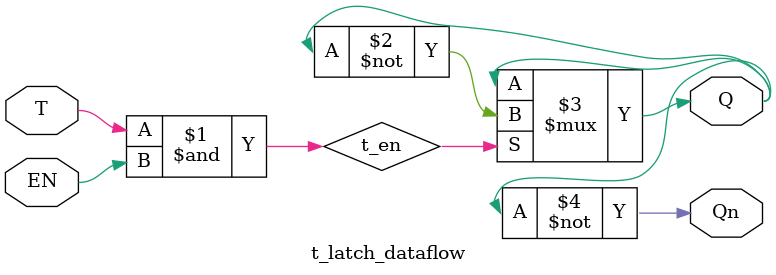
<source format=v>
module t_latch_behavioral (
  input T, EN,
  output reg Q,
  output Qn
);
  always @ (T or EN) begin
    if (EN) begin
      if (T)
        Q = ~Q;   // Toggle
      else
        Q = Q;    // Hold
    end
  end

  assign Qn = ~Q;
endmodule


//Gate-Level Modeling
module t_latch_gate (
  input T, EN,
  output Q, Qn
);
  wire j, k;

  assign j = T;
  assign k = T;

  wire j_en, k_en, q_nxt, qn_nxt;

  and (j_en, j, EN, Qn);
  and (k_en, k, EN, Q);
  nor (q_nxt, k_en, Qn);
  nor (qn_nxt, j_en, Q);

  assign Q = q_nxt;
  assign Qn = qn_nxt;
endmodule



//Dataflow modeling
module t_latch_dataflow (
  input T, EN,
  output Q, Qn
);
  wire t_en;

  assign t_en = T & EN;
  assign Q    = t_en ? ~Q : Q; // Feedback may not synthesize
  assign Qn   = ~Q;
endmodule

</source>
